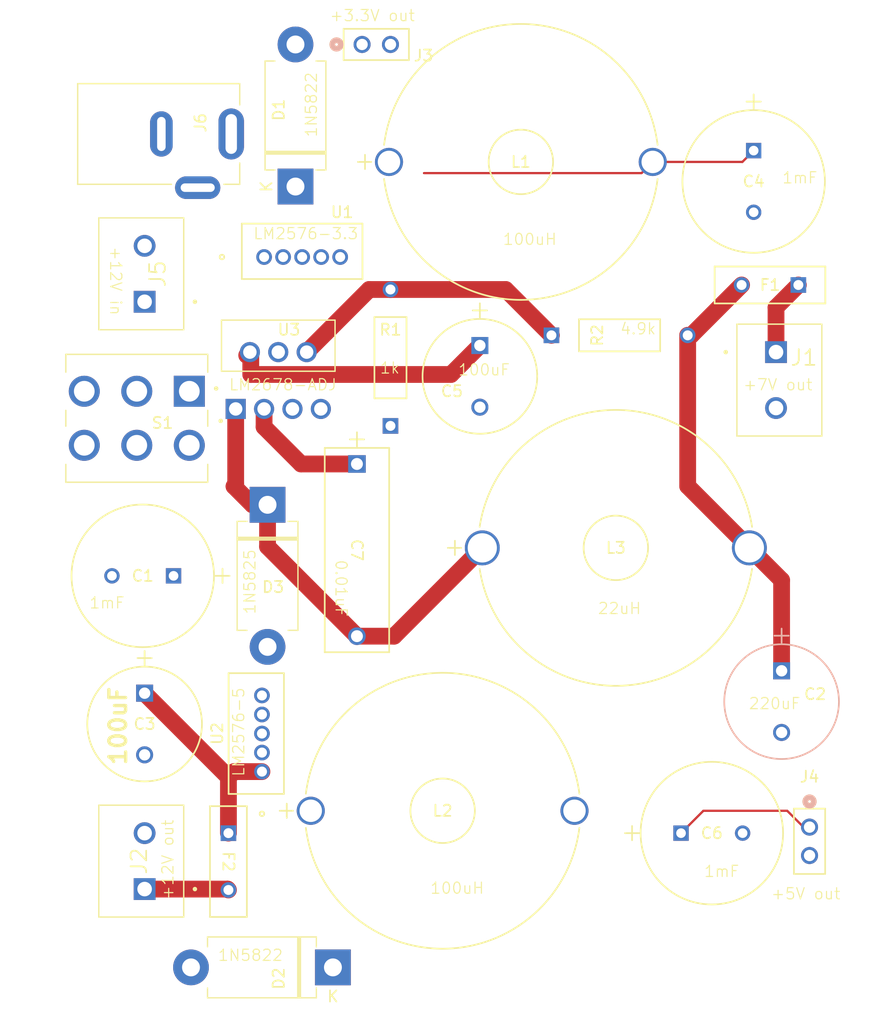
<source format=kicad_pcb>
(kicad_pcb (version 20240108) (generator "pcbnew") (generator_version "8.0")
  (title_block (title "Team 11 Power Distribution PCB") (date "2024-10-27") (rev "0.1"))
  (layers (0 "F.Cu" signal) (31 "B.Cu" signal) (34 "B.Paste" user) (35 "F.Paste" user) (36 "B.SilkS" user "B.Silkscreen") (37 "F.SilkS" user "F.Silkscreen") (38 "B.Mask" user) (39 "F.Mask" user) (44 "Edge.Cuts" user))
  (net 0 "")
  (net 1 "+12V")
  (net 2 "GND")
  (net 3 "/Vout_3.3V")
  (net 4 "/Vout_5V")
  (net 5 "Net-(D3-K)")
  (net 6 "Net-(U3-CB)")
  (net 7 "Net-(D1-K)")
  (net 8 "Net-(D2-K)")
  (net 9 "Net-(U3-FB)")
  (net 11 "/Vout_7V")
  (net 12 "/Vout_12V")
  (net 13 "Net-(J1-Pin_1)")
  (net 14 "Net-(J5-Pin_1)")
  (net 16 "/CHG+")
  (footprint "_footprints:CAP_12.5 X 25_NCH" (layer "F.Cu") (at 130 172)
    (property "Reference" "C6" (at 2.7559 0 0) (layer "F.SilkS"))
    (property "Value" "1mF")
    (fp_line (start -5.0165 0) (end -3.7465 0) (stroke (width 0.1524)) (layer "F.SilkS"))
    (fp_line (start -4.3815 -0.635) (end -4.3815 0.635) (stroke (width 0.1524)) (layer "F.SilkS"))
    (fp_circle (center 2.7559 0) (end 9.1313 0) (stroke (width 0.1524)) (fill none) (layer "F.SilkS"))
    (pad "1" thru_hole rect (at 0 0) (size 1.3716 1.3716) (drill 0.8636) (layers "*.Cu" "*.Mask") (net 4 "/Vout_5V"))
    (pad "2" thru_hole circle (at 5.5118 0) (size 1.3716 1.3716) (drill 0.8636) (layers "*.Cu" "*.Mask") (net 2 "GND"))
  )
  (footprint "_footprints:PCAP_10x16-THRU-ELECT_NCA" (layer "F.Cu") (at 112 128.41085 -90)
    (property "Reference" "C5" (at 4.08915 2.5 0) (layer "F.SilkS"))
    (property "Value" "100uF")
    (fp_line (start -3.7719 0) (end -2.5019 0) (stroke (width 0.1524)) (layer "F.SilkS"))
    (fp_line (start -3.1369 -0.635) (end -3.1369 0.635) (stroke (width 0.1524)) (layer "F.SilkS"))
    (fp_circle (center 2.7559 0) (end 7.8867 0) (stroke (width 0.1524)) (fill none) (layer "F.SilkS"))
    (pad "1" thru_hole rect (at 0 0 270) (size 1.524 1.524) (drill 1.016) (layers "*.Cu" "*.Mask") (net 1 "+12V"))
    (pad "2" thru_hole circle (at 5.5118 0 270) (size 1.524 1.524) (drill 1.016) (layers "*.Cu" "*.Mask") (net 2 "GND"))
  )
  (footprint "_footprints:CONN_PPPC021_SUL" (layer "F.Cu") (at 141.5 171.46 90)
    (property "Reference" "J4" (at 4.5 0 0) (layer "F.SilkS"))
    (property "Value" "Conn_01x02_Socket" (hide yes))
    (fp_circle (center 2.286 0) (end 2.667 0) (stroke (width 0.508)) (fill none) (layer "B.SilkS"))
    (fp_line (start 1.651 -1.397) (end -4.191 -1.397) (stroke (width 0.1524)) (layer "F.SilkS"))
    (fp_line (start -4.191 -1.397) (end -4.191 1.397) (stroke (width 0.1524)) (layer "F.SilkS"))
    (fp_line (start 1.651 1.397) (end 1.651 -1.397) (stroke (width 0.1524)) (layer "F.SilkS"))
    (fp_line (start -4.191 1.397) (end 1.651 1.397) (stroke (width 0.1524)) (layer "F.SilkS"))
    (fp_circle (center 2.286 0) (end 2.667 0) (stroke (width 0.508)) (fill none) (layer "F.SilkS"))
    (pad "1" thru_hole circle (at 0 0 90) (size 1.524 1.524) (drill 1.016) (layers "*.Cu" "*.Mask") (net 4 "/Vout_5V"))
    (pad "2" thru_hole circle (at -2.54 0 90) (size 1.524 1.524) (drill 1.016) (layers "*.Cu" "*.Mask") (net 2 "GND"))
  )
  (footprint "_footprints:FUS_RHEF100_TYCO_TYC" (layer "F.Cu") (at 140.5 123 180)
    (property "Reference" "F1" (at 2.54 0 0) (layer "F.SilkS"))
    (property "Value" "RHEF200")
    (fp_line (start 7.493 1.651) (end 7.493 -1.651) (stroke (width 0.1524)) (layer "F.SilkS"))
    (fp_line (start 7.493 -1.651) (end -2.413 -1.651) (stroke (width 0.1524)) (layer "F.SilkS"))
    (fp_line (start -2.413 1.651) (end 7.493 1.651) (stroke (width 0.1524)) (layer "F.SilkS"))
    (fp_line (start -2.413 -1.651) (end -2.413 1.651) (stroke (width 0.1524)) (layer "F.SilkS"))
    (pad "1" thru_hole rect (at 0 0 180) (size 1.397 1.397) (drill 0.889) (layers "*.Cu" "*.Mask") (net 13 "Net-(J1-Pin_1)"))
    (pad "2" thru_hole circle (at 5.08 0 180) (size 1.397 1.397) (drill 0.889) (layers "*.Cu" "*.Mask") (net 11 "/Vout_7V"))
  )
  (footprint "_footprints:SW_100DP3T1B1M2QEH" (layer "F.Cu") (at 81.3 134.915 180)
    (property "Reference" "S1" (at -2.3 -0.415 360) (layer "F.SilkS"))
    (property "Value" "100DP3T1B1M2QEH")
    (fp_line (start 6.35 5.715) (end 6.35 4.1225) (stroke (width 0.127)) (layer "F.SilkS"))
    (fp_line (start 6.35 5.715) (end -6.35 5.715) (stroke (width 0.127)) (layer "F.SilkS"))
    (fp_line (start 6.35 -0.7075) (end 6.35 0.7075) (stroke (width 0.127)) (layer "F.SilkS"))
    (fp_line (start 6.35 -5.715) (end 6.35 -4.1225) (stroke (width 0.127)) (layer "F.SilkS"))
    (fp_line (start -6.35 5.715) (end -6.35 4.1225) (stroke (width 0.127)) (layer "F.SilkS"))
    (fp_line (start -6.35 -0.7075) (end -6.35 0.7075) (stroke (width 0.127)) (layer "F.SilkS"))
    (fp_line (start -6.35 -4.1225) (end -6.35 -5.715) (stroke (width 0.127)) (layer "F.SilkS"))
    (fp_line (start -6.35 -5.715) (end 6.35 -5.715) (stroke (width 0.127)) (layer "F.SilkS"))
    (fp_circle (center -7.1 2.665) (end -7 2.665) (stroke (width 0.2)) (fill none) (layer "F.SilkS"))
    (pad "1" thru_hole rect (at -4.7 2.415 180) (size 2.775 2.775) (drill 1.85) (layers "*.Cu" "*.Mask") (net 1 "+12V"))
    (pad "2" thru_hole circle (at 0 2.415 180) (size 2.775 2.775) (drill 1.85) (layers "*.Cu" "*.Mask") (net 14 "Net-(J5-Pin_1)"))
    (pad "3" thru_hole circle (at 4.7 2.415 180) (size 2.775 2.775) (drill 1.85) (layers "*.Cu" "*.Mask") (net 16 "/CHG+"))
    (pad "4" thru_hole circle (at -4.7 -2.415 180) (size 2.775 2.775) (drill 1.85) (layers "*.Cu" "*.Mask") (net 2 "GND"))
    (pad "5" thru_hole circle (at 0 -2.415 180) (size 2.775 2.775) (drill 1.85) (layers "*.Cu" "*.Mask") (net 2 "GND"))
    (pad "6" thru_hole circle (at 4.7 -2.415 180) (size 2.775 2.775) (drill 1.85) (layers "*.Cu" "*.Mask") (net 2 "GND"))
  )
  (footprint "_footprints:T05A_TEX" (layer "F.Cu") (at 92.5 166.5 90)
    (property "Reference" "U2" (at 3.4036 -4 90) (layer "F.SilkS"))
    (property "Value" "LM2576HVT-5")
    (fp_line (start 8.8011 -2.9845) (end -1.9939 -2.9845) (stroke (width 0.1524)) (layer "F.SilkS"))
    (fp_line (start -1.9939 -2.9845) (end -1.9939 1.9685) (stroke (width 0.1524)) (layer "F.SilkS"))
    (fp_line (start 8.8011 1.9685) (end 8.8011 -2.9845) (stroke (width 0.1524)) (layer "F.SilkS"))
    (fp_line (start -1.9939 1.9685) (end 8.8011 1.9685) (stroke (width 0.1524)) (layer "F.SilkS"))
    (fp_circle (center -3.7719 0) (end -3.5687 0) (stroke (width 0.1524)) (fill none) (layer "F.SilkS"))
    (pad "1" thru_hole circle (at 0 0 90) (size 1.4 1.4) (drill 0.9) (layers "*.Cu" "*.Mask") (net 1 "+12V"))
    (pad "2" thru_hole circle (at 1.7018 0 90) (size 1.4 1.4) (drill 0.9) (layers "*.Cu" "*.Mask") (net 8 "Net-(D2-K)"))
    (pad "3" thru_hole circle (at 3.4036 0 90) (size 1.4 1.4) (drill 0.9) (layers "*.Cu" "*.Mask") (net 2 "GND"))
    (pad "4" thru_hole circle (at 5.1054 0 90) (size 1.4 1.4) (drill 0.9) (layers "*.Cu" "*.Mask") (net 4 "/Vout_5V"))
    (pad "5" thru_hole circle (at 6.8072 0 90) (size 1.4 1.4) (drill 0.9) (layers "*.Cu" "*.Mask") (net 2 "GND"))
  )
  (footprint "_footprints:CUI_TB002-500-02BE" (layer "F.Cu") (at 138.5 129 -90)
    (property "Reference" "J1" (at 0.5 -2.5 180) (layer "F.SilkS") (effects (font (size 1.4 1.4))))
    (property "Value" "Screw_Terminal_01x02" (hide yes))
    (fp_line (start -2.5 3.5) (end -2.5 -4.1) (stroke (width 0.127)) (layer "F.SilkS"))
    (fp_line (start 7.5 3.5) (end -2.5 3.5) (stroke (width 0.127)) (layer "F.SilkS"))
    (fp_line (start -2.5 -4.1) (end 7.5 -4.1) (stroke (width 0.127)) (layer "F.SilkS"))
    (fp_line (start 7.5 -4.1) (end 7.5 3.5) (stroke (width 0.127)) (layer "F.SilkS"))
    (fp_circle (center 0 4.5) (end 0.1 4.5) (stroke (width 0.2)) (fill none) (layer "F.SilkS"))
    (pad "1" thru_hole rect (at 0 0 270) (size 1.95 1.95) (drill 1.3) (layers "*.Cu" "*.Mask") (net 13 "Net-(J1-Pin_1)"))
    (pad "2" thru_hole circle (at 5 0 270) (size 1.95 1.95) (drill 1.3) (layers "*.Cu" "*.Mask") (net 2 "GND"))
  )
  (footprint "Diode_THT:D_DO-201AD_P12.70mm_Horizontal" (layer "F.Cu") (at 95.5 114.2 90)
    (property "Reference" "D1" (at 6.85 -1.5 90) (layer "F.SilkS"))
    (property "Value" "1N5822")
    (fp_line (start 11.22 -2.72) (end 11.22 -1.84) (stroke (width 0.12)) (layer "F.SilkS"))
    (fp_line (start 3.145 -2.72) (end 3.145 2.72) (stroke (width 0.12)) (layer "F.SilkS"))
    (fp_line (start 3.025 -2.72) (end 3.025 2.72) (stroke (width 0.12)) (layer "F.SilkS"))
    (fp_line (start 2.905 -2.72) (end 2.905 2.72) (stroke (width 0.12)) (layer "F.SilkS"))
    (fp_line (start 1.48 -2.72) (end 11.22 -2.72) (stroke (width 0.12)) (layer "F.SilkS"))
    (fp_line (start 1.48 -1.84) (end 1.48 -2.72) (stroke (width 0.12)) (layer "F.SilkS"))
    (fp_line (start 1.48 1.84) (end 1.48 2.72) (stroke (width 0.12)) (layer "F.SilkS"))
    (fp_line (start 11.22 2.72) (end 11.22 1.84) (stroke (width 0.12)) (layer "F.SilkS"))
    (fp_line (start 1.48 2.72) (end 11.22 2.72) (stroke (width 0.12)) (layer "F.SilkS"))
    (fp_text user "K" (at 0 -2.6 90) (layer "F.SilkS"))
    (pad "1" thru_hole rect (at 0 0 90) (size 3.2 3.2) (drill 1.6) (layers "*.Cu" "*.Mask") (net 7 "Net-(D1-K)"))
    (pad "2" thru_hole oval (at 12.7 0 90) (size 3.2 3.2) (drill 1.6) (layers "*.Cu" "*.Mask") (net 2 "GND"))
  )
  (footprint "_footprints:CAP_12.5 X 25_NCH" (layer "F.Cu") (at 84.58915 149 180)
    (property "Reference" "C1" (at 2.7559 0 0) (layer "F.SilkS"))
    (property "Value" "1mF")
    (fp_line (start -4.3815 -0.635) (end -4.3815 0.635) (stroke (width 0.1524)) (layer "F.SilkS"))
    (fp_line (start -5.0165 0) (end -3.7465 0) (stroke (width 0.1524)) (layer "F.SilkS"))
    (fp_circle (center 2.7559 0) (end 9.1313 0) (stroke (width 0.1524)) (fill none) (layer "F.SilkS"))
    (pad "1" thru_hole rect (at 0 0 180) (size 1.3716 1.3716) (drill 0.8636) (layers "*.Cu" "*.Mask") (net 1 "+12V"))
    (pad "2" thru_hole circle (at 5.5118 0 180) (size 1.3716 1.3716) (drill 0.8636) (layers "*.Cu" "*.Mask") (net 2 "GND"))
  )
  (footprint "_footprints:CAP_12.5 X 25_NCH" (layer "F.Cu") (at 136.5 110.9882 -90)
    (property "Reference" "C4" (at 2.7559 0 0) (layer "F.SilkS"))
    (property "Value" "1mF")
    (fp_line (start -5.0165 0) (end -3.7465 0) (stroke (width 0.1524)) (layer "F.SilkS"))
    (fp_line (start -4.3815 -0.635) (end -4.3815 0.635) (stroke (width 0.1524)) (layer "F.SilkS"))
    (fp_circle (center 2.7559 0) (end 9.1313 0) (stroke (width 0.1524)) (fill none) (layer "F.SilkS"))
    (pad "1" thru_hole rect (at 0 0 270) (size 1.3716 1.3716) (drill 0.8636) (layers "*.Cu" "*.Mask") (net 3 "/Vout_3.3V"))
    (pad "2" thru_hole circle (at 5.5118 0 270) (size 1.3716 1.3716) (drill 0.8636) (layers "*.Cu" "*.Mask") (net 2 "GND"))
  )
  (footprint "_footprints:CUI_TB002-500-02BE" (layer "F.Cu") (at 82 177 90)
    (property "Reference" "J2" (at 2.5 -0.5 90) (layer "F.SilkS") (effects (font (size 1.4 1.4))))
    (property "Value" "Screw_Terminal_01x02" (hide yes))
    (fp_line (start 7.5 -4.1) (end 7.5 3.5) (stroke (width 0.127)) (layer "F.SilkS"))
    (fp_line (start -2.5 -4.1) (end 7.5 -4.1) (stroke (width 0.127)) (layer "F.SilkS"))
    (fp_line (start 7.5 3.5) (end -2.5 3.5) (stroke (width 0.127)) (layer "F.SilkS"))
    (fp_line (start -2.5 3.5) (end -2.5 -4.1) (stroke (width 0.127)) (layer "F.SilkS"))
    (fp_circle (center 0 4.5) (end 0.1 4.5) (stroke (width 0.2)) (fill none) (layer "F.SilkS"))
    (pad "1" thru_hole rect (at 0 0 90) (size 1.95 1.95) (drill 1.3) (layers "*.Cu" "*.Mask") (net 12 "/Vout_12V"))
    (pad "2" thru_hole circle (at 5 0 90) (size 1.95 1.95) (drill 1.3) (layers "*.Cu" "*.Mask") (net 2 "GND"))
  )
  (footprint "MountingHole:MountingHole_3.2mm_M3" (layer "F.Cu") (at 85.5 101)
    (property "Reference" "REF**" (hide yes))
    (property "Value" "MountingHole_3.2mm_M3")
    (pad "" np_thru_hole circle (at 0 0) (size 3.2 3.2) (drill 3.2) (layers "*.Cu" "*.Mask"))
  )
  (footprint "MountingHole:MountingHole_3.2mm_M3" (layer "F.Cu") (at 139.5 103.5)
    (property "Reference" "REF**" (hide yes))
    (property "Value" "MountingHole_3.2mm_M3")
    (pad "" np_thru_hole circle (at 0 0) (size 3.2 3.2) (drill 3.2) (layers "*.Cu" "*.Mask"))
  )
  (footprint "_footprints:FUS_RHEF100_TYCO_TYC" (layer "F.Cu") (at 89.5 172 -90)
    (property "Reference" "F2" (at 2.54 0 -90) (layer "F.SilkS"))
    (property "Value" "RHEF200")
    (fp_line (start -2.413 1.651) (end 7.493 1.651) (stroke (width 0.1524)) (layer "F.SilkS"))
    (fp_line (start 7.493 1.651) (end 7.493 -1.651) (stroke (width 0.1524)) (layer "F.SilkS"))
    (fp_line (start -2.413 -1.651) (end -2.413 1.651) (stroke (width 0.1524)) (layer "F.SilkS"))
    (fp_line (start 7.493 -1.651) (end -2.413 -1.651) (stroke (width 0.1524)) (layer "F.SilkS"))
    (pad "1" thru_hole rect (at 0 0 270) (size 1.397 1.397) (drill 0.889) (layers "*.Cu" "*.Mask") (net 1 "+12V"))
    (pad "2" thru_hole circle (at 5.08 0 270) (size 1.397 1.397) (drill 0.889) (layers "*.Cu" "*.Mask") (net 12 "/Vout_12V"))
  )
  (footprint "_footprints:STA_RNF14_STP" (layer "F.Cu") (at 104 135.596 90)
    (property "Reference" "R1" (at 8.596 0 0) (layer "F.SilkS"))
    (property "Value" "1k")
    (fp_line (start 9.7282 -1.4351) (end 2.4638 -1.4351) (stroke (width 0.1524)) (layer "F.SilkS"))
    (fp_line (start 2.4638 -1.4351) (end 2.4638 1.4351) (stroke (width 0.1524)) (layer "F.SilkS"))
    (fp_line (start 9.7282 1.4351) (end 9.7282 -1.4351) (stroke (width 0.1524)) (layer "F.SilkS"))
    (fp_line (start 2.4638 1.4351) (end 9.7282 1.4351) (stroke (width 0.1524)) (layer "F.SilkS"))
    (pad "1" thru_hole rect (at 0 0 90) (size 1.397 1.397) (drill 0.889) (layers "*.Cu" "*.Mask") (net 2 "GND"))
    (pad "2" thru_hole circle (at 12.192 0 90) (size 1.397 1.397) (drill 0.889) (layers "*.Cu" "*.Mask") (net 9 "Net-(U3-FB)"))
  )
  (footprint "_footprints:SWITCHCRAFT_RAPC722X" (layer "F.Cu") (at 83.5 109.5 -90)
    (property "Reference" "J6" (at -1 -3.5 90) (layer "F.SilkS"))
    (property "Value" "RAPC722X")
    (fp_line (start -4.5 7.49) (end 4.5 7.49) (stroke (width 0.127)) (layer "F.SilkS"))
    (fp_line (start 4.5 7.49) (end 4.5 -0.905) (stroke (width 0.127)) (layer "F.SilkS"))
    (fp_line (start 4.5 -5.595) (end 4.5 -7.01) (stroke (width 0.127)) (layer "F.SilkS"))
    (fp_line (start -4.5 -7.01) (end -4.5 7.49) (stroke (width 0.127)) (layer "F.SilkS"))
    (fp_line (start -2.6 -7.01) (end -4.5 -7.01) (stroke (width 0.127)) (layer "F.SilkS"))
    (fp_line (start 4.5 -7.01) (end 2.6 -7.01) (stroke (width 0.127)) (layer "F.SilkS"))
    (pad "PIN" thru_hole oval (at 0 -6.25 270) (size 4.56 2.28) (drill oval 3.56 1.02) (layers "*.Cu" "*.Mask") (net 16 "/CHG+"))
    (pad "SHUNT" thru_hole oval (at 4.8 -3.25 270) (size 2.025 4.05) (drill oval 0.76 3.05) (layers "*.Cu" "*.Mask"))
    (pad "SLEEVE" thru_hole oval (at 0 0 270) (size 4.05 2.025) (drill oval 3.05 0.76) (layers "*.Cu" "*.Mask") (net 2 "GND"))
  )
  (footprint "MountingHole:MountingHole_3.2mm_M3" (layer "F.Cu") (at 139.5 184)
    (property "Reference" "REF**" (hide yes))
    (property "Value" "MountingHole_3.2mm_M3")
    (pad "" np_thru_hole circle (at 0 0) (size 3.2 3.2) (drill 3.2) (layers "*.Cu" "*.Mask"))
  )
  (footprint "Diode_THT:D_DO-201AD_P12.70mm_Horizontal" (layer "F.Cu") (at 98.85 184 180)
    (property "Reference" "D2" (at 4.85 -1 90) (layer "F.SilkS"))
    (property "Value" "1N5822")
    (fp_line (start 11.22 2.72) (end 11.22 1.84) (stroke (width 0.12)) (layer "F.SilkS"))
    (fp_line (start 11.22 -2.72) (end 11.22 -1.84) (stroke (width 0.12)) (layer "F.SilkS"))
    (fp_line (start 3.145 -2.72) (end 3.145 2.72) (stroke (width 0.12)) (layer "F.SilkS"))
    (fp_line (start 3.025 -2.72) (end 3.025 2.72) (stroke (width 0.12)) (layer "F.SilkS"))
    (fp_line (start 2.905 -2.72) (end 2.905 2.72) (stroke (width 0.12)) (layer "F.SilkS"))
    (fp_line (start 1.48 2.72) (end 11.22 2.72) (stroke (width 0.12)) (layer "F.SilkS"))
    (fp_line (start 1.48 1.84) (end 1.48 2.72) (stroke (width 0.12)) (layer "F.SilkS"))
    (fp_line (start 1.48 -1.84) (end 1.48 -2.72) (stroke (width 0.12)) (layer "F.SilkS"))
    (fp_line (start 1.48 -2.72) (end 11.22 -2.72) (stroke (width 0.12)) (layer "F.SilkS"))
    (fp_text user "K" (at 0 -2.6 360) (layer "F.SilkS"))
    (pad "1" thru_hole rect (at 0 0 180) (size 3.2 3.2) (drill 1.6) (layers "*.Cu" "*.Mask") (net 8 "Net-(D2-K)"))
    (pad "2" thru_hole oval (at 12.7 0 180) (size 3.2 3.2) (drill 1.6) (layers "*.Cu" "*.Mask") (net 2 "GND"))
  )
  (footprint "_footprints:1422311C_MUR" (layer "F.Cu") (at 112.216751 146.5)
    (property "Reference" "L3" (at 11.949999 0 0) (layer "F.SilkS"))
    (property "Value" "22uH")
    (fp_line (start -3.086102 0) (end -1.894841 0) (stroke (width 0.1524)) (layer "F.SilkS"))
    (fp_line (start -2.451102 -0.635) (end -2.451102 0.635) (stroke (width 0.1524)) (layer "F.SilkS"))
    (fp_arc (start -0.237571 -1.879882) (mid 11.949997 -12.331701) (end 24.137569 -1.879888) (stroke (width 0.1524)) (layer "F.SilkS"))
    (fp_arc (start 24.137567 1.879897) (mid 11.949999 12.3317) (end -0.237569 1.879897) (stroke (width 0.1524)) (layer "F.SilkS"))
    (fp_circle (center 11.949999 0) (end 14.832899 0) (stroke (width 0.1524)) (fill none) (layer "F.SilkS"))
    (pad "1" thru_hole circle (at -0.000001 0) (size 3.1242 3.1242) (drill 2.6162) (layers "*.Cu" "*.Mask") (net 5 "Net-(D3-K)"))
    (pad "2" thru_hole circle (at 23.899999 0) (size 3.1242 3.1242) (drill 2.6162) (layers "*.Cu" "*.Mask") (net 11 "/Vout_7V"))
  )
  (footprint "_footprints:PHE-BD_KEM" (layer "F.Cu") (at 101 139 -90)
    (property "Reference" "C7" (at 7.6962 0 -90) (layer "F.SilkS"))
    (property "Value" "0.01uF")
    (fp_line (start 16.8275 2.8829) (end -1.4351 2.8829) (stroke (width 0.1524)) (layer "F.SilkS"))
    (fp_line (start -2.8321 0) (end -1.5621 0) (stroke (width 0.1524)) (layer "F.SilkS"))
    (fp_line (start -2.1971 -0.635) (end -2.1971 0.635) (stroke (width 0.1524)) (layer "F.SilkS"))
    (fp_line (start -1.4351 -2.8829) (end -1.4351 2.8829) (stroke (width 0.1524)) (layer "F.SilkS"))
    (fp_line (start 16.8275 -2.8829) (end 16.8275 2.8829) (stroke (width 0.1524)) (layer "F.SilkS"))
    (fp_line (start 16.8275 -2.8829) (end -1.4351 -2.8829) (stroke (width 0.1524)) (layer "F.SilkS"))
    (pad "1" thru_hole rect (at 0 0 270) (size 1.5748 1.5748) (drill 1.0668) (layers "*.Cu" "*.Mask") (net 6 "Net-(U3-CB)"))
    (pad "2" thru_hole circle (at 15.3924 0 270) (size 1.5748 1.5748) (drill 1.0668) (layers "*.Cu" "*.Mask") (net 5 "Net-(D3-K)"))
  )
  (footprint "_footprints:1410454C_MUR" (layer "F.Cu") (at 96.866749 170)
    (property "Reference" "L2" (at 11.800001 0 0) (layer "F.SilkS"))
    (property "Value" "100uH")
    (fp_line (start -2.781301 0) (end -1.590039 0) (stroke (width 0.1524)) (layer "F.SilkS"))
    (fp_line (start -2.146301 -0.635) (end -2.146301 0.635) (stroke (width 0.1524)) (layer "F.SilkS"))
    (fp_arc (start -0.43655 -1.528935) (mid 11.8 -12.3317) (end 24.036552 -1.528938) (stroke (width 0.1524)) (layer "F.SilkS"))
    (fp_arc (start 24.036552 1.528936) (mid 11.800002 12.3317) (end -0.436549 1.528936) (stroke (width 0.1524)) (layer "F.SilkS"))
    (fp_circle (center 11.800001 0) (end 14.682901 0) (stroke (width 0.1524)) (fill none) (layer "F.SilkS"))
    (pad "1" thru_hole circle (at 0.000001 0) (size 2.5146 2.5146) (drill 2.0066) (layers "*.Cu" "*.Mask") (net 8 "Net-(D2-K)"))
    (pad "2" thru_hole circle (at 23.600002 0) (size 2.5146 2.5146) (drill 2.0066) (layers "*.Cu" "*.Mask") (net 4 "/Vout_5V"))
  )
  (footprint "_footprints:STA_RNF14_STP" (layer "F.Cu") (at 118.404 127.5)
    (property "Reference" "R2" (at 4.096 0 90) (layer "F.SilkS"))
    (property "Value" "4.9k")
    (fp_line (start 2.4638 -1.4351) (end 2.4638 1.4351) (stroke (width 0.1524)) (layer "F.SilkS"))
    (fp_line (start 2.4638 1.4351) (end 9.7282 1.4351) (stroke (width 0.1524)) (layer "F.SilkS"))
    (fp_line (start 9.7282 -1.4351) (end 2.4638 -1.4351) (stroke (width 0.1524)) (layer "F.SilkS"))
    (fp_line (start 9.7282 1.4351) (end 9.7282 -1.4351) (stroke (width 0.1524)) (layer "F.SilkS"))
    (pad "1" thru_hole rect (at 0 0) (size 1.397 1.397) (drill 0.889) (layers "*.Cu" "*.Mask") (net 9 "Net-(U3-FB)"))
    (pad "2" thru_hole circle (at 12.192 0) (size 1.397 1.397) (drill 0.889) (layers "*.Cu" "*.Mask") (net 11 "/Vout_7V"))
  )
  (footprint "Diode_THT:D_DO-201AD_P12.70mm_Horizontal" (layer "F.Cu") (at 93 142.65 -90)
    (property "Reference" "D3" (at 7.35 -0.5 180) (layer "F.SilkS"))
    (property "Value" "1N5825")
    (fp_line (start 1.48 2.72) (end 11.22 2.72) (stroke (width 0.12)) (layer "F.SilkS"))
    (fp_line (start 11.22 2.72) (end 11.22 1.84) (stroke (width 0.12)) (layer "F.SilkS"))
    (fp_line (start 1.48 1.84) (end 1.48 2.72) (stroke (width 0.12)) (layer "F.SilkS"))
    (fp_line (start 1.48 -1.84) (end 1.48 -2.72) (stroke (width 0.12)) (layer "F.SilkS"))
    (fp_line (start 1.48 -2.72) (end 11.22 -2.72) (stroke (width 0.12)) (layer "F.SilkS"))
    (fp_line (start 2.905 -2.72) (end 2.905 2.72) (stroke (width 0.12)) (layer "F.SilkS"))
    (fp_line (start 3.025 -2.72) (end 3.025 2.72) (stroke (width 0.12)) (layer "F.SilkS"))
    (fp_line (start 3.145 -2.72) (end 3.145 2.72) (stroke (width 0.12)) (layer "F.SilkS"))
    (fp_line (start 11.22 -2.72) (end 11.22 -1.84) (stroke (width 0.12)) (layer "F.SilkS"))
    (pad "1" thru_hole rect (at 0 0 270) (size 3.2 3.2) (drill 1.6) (layers "*.Cu" "*.Mask") (net 5 "Net-(D3-K)"))
    (pad "2" thru_hole oval (at 12.7 0 270) (size 3.2 3.2) (drill 1.6) (layers "*.Cu" "*.Mask") (net 2 "GND"))
  )
  (footprint "MountingHole:MountingHole_3.2mm_M3" (layer "F.Cu") (at 80.5 184)
    (property "Reference" "REF**" (hide yes))
    (property "Value" "MountingHole_3.2mm_M3")
    (pad "" np_thru_hole circle (at 0 0) (size 3.2 3.2) (drill 3.2) (layers "*.Cu" "*.Mask"))
  )
  (footprint "_footprints:CONN_PPPC021_SUL" (layer "F.Cu") (at 101.46 101.5 180)
    (property "Reference" "J3" (at -5.5 -1 0) (layer "F.SilkS"))
    (property "Value" "Conn_01x02_Socket" (hide yes))
    (fp_circle (center 2.286 0) (end 2.667 0) (stroke (width 0.508)) (fill none) (layer "B.SilkS"))
    (fp_line (start 1.651 1.397) (end 1.651 -1.397) (stroke (width 0.1524)) (layer "F.SilkS"))
    (fp_line (start 1.651 -1.397) (end -4.191 -1.397) (stroke (width 0.1524)) (layer "F.SilkS"))
    (fp_line (start -4.191 1.397) (end 1.651 1.397) (stroke (width 0.1524)) (layer "F.SilkS"))
    (fp_line (start -4.191 -1.397) (end -4.191 1.397) (stroke (width 0.1524)) (layer "F.SilkS"))
    (fp_circle (center 2.286 0) (end 2.667 0) (stroke (width 0.508)) (fill none) (layer "F.SilkS"))
    (pad "1" thru_hole circle (at 0 0 180) (size 1.524 1.524) (drill 1.016) (layers "*.Cu" "*.Mask") (net 3 "/Vout_3.3V"))
    (pad "2" thru_hole circle (at -2.54 0 180) (size 1.524 1.524) (drill 1.016) (layers "*.Cu" "*.Mask") (net 2 "GND"))
  )
  (footprint "_footprints:CUI_TB002-500-02BE" (layer "F.Cu") (at 82 124.5 90)
    (property "Reference" "J5" (at 2.5 1.1625 90) (layer "F.SilkS") (effects (font (size 1.4 1.4))))
    (property "Value" "Screw_Terminal_01x02" (hide yes))
    (fp_line (start 7.5 -4.1) (end 7.5 3.5) (stroke (width 0.127)) (layer "F.SilkS"))
    (fp_line (start -2.5 -4.1) (end 7.5 -4.1) (stroke (width 0.127)) (layer "F.SilkS"))
    (fp_line (start 7.5 3.5) (end -2.5 3.5) (stroke (width 0.127)) (layer "F.SilkS"))
    (fp_line (start -2.5 3.5) (end -2.5 -4.1) (stroke (width 0.127)) (layer "F.SilkS"))
    (fp_circle (center 0 4.5) (end 0.1 4.5) (stroke (width 0.2)) (fill none) (layer "F.SilkS"))
    (pad "1" thru_hole rect (at 0 0 90) (size 1.95 1.95) (drill 1.3) (layers "*.Cu" "*.Mask") (net 14 "Net-(J5-Pin_1)"))
    (pad "2" thru_hole circle (at 5 0 90) (size 1.95 1.95) (drill 1.3) (layers "*.Cu" "*.Mask") (net 2 "GND"))
  )
  (footprint "_footprints:TO127P1041X469X2199-7N" (layer "F.Cu") (at 93.96 129)
    (property "Reference" "U3" (at 0.96 -2 0) (layer "F.SilkS") (effects (font (size 1.003134 1.003134))))
    (property "Value" "LM2678T")
    (fp_line (start -5.08 -2.86) (end -5.08 1.71) (stroke (width 0.127)) (layer "F.SilkS"))
    (fp_line (start -5.08 1.71) (end 5.08 1.71) (stroke (width 0.127)) (layer "F.SilkS"))
    (fp_line (start 5.08 -2.86) (end -5.08 -2.86) (stroke (width 0.127)) (layer "F.SilkS"))
    (fp_line (start 5.08 1.71) (end 5.08 -2.86) (stroke (width 0.127)) (layer "F.SilkS"))
    (fp_circle (center -5.15 6.15) (end -5.05 6.15) (stroke (width 0.2)) (fill none) (layer "F.SilkS"))
    (pad "1" thru_hole rect (at -3.81 5.08) (size 1.8 1.8) (drill 1.2) (layers "*.Cu" "*.Mask") (net 5 "Net-(D3-K)"))
    (pad "2" thru_hole circle (at -2.54 0) (size 1.8 1.8) (drill 1.2) (layers "*.Cu" "*.Mask") (net 1 "+12V"))
    (pad "3" thru_hole circle (at -1.27 5.08) (size 1.8 1.8) (drill 1.2) (layers "*.Cu" "*.Mask") (net 6 "Net-(U3-CB)"))
    (pad "4" thru_hole circle (at 0 0) (size 1.8 1.8) (drill 1.2) (layers "*.Cu" "*.Mask") (net 2 "GND"))
    (pad "5" thru_hole circle (at 1.27 5.08) (size 1.8 1.8) (drill 1.2) (layers "*.Cu" "*.Mask"))
    (pad "6" thru_hole circle (at 2.54 0) (size 1.8 1.8) (drill 1.2) (layers "*.Cu" "*.Mask") (net 9 "Net-(U3-FB)"))
    (pad "7" thru_hole circle (at 3.81 5.08) (size 1.8 1.8) (drill 1.2) (layers "*.Cu" "*.Mask"))
  )
  (footprint "_footprints:T05A_TEX" (layer "F.Cu") (at 92.6928 120.5)
    (property "Reference" "U1" (at 6.9765 -4.008 0) (layer "F.SilkS"))
    (property "Value" "LM2576-3.3")
    (fp_line (start -1.9939 -2.9845) (end -1.9939 1.9685) (stroke (width 0.1524)) (layer "F.SilkS"))
    (fp_line (start -1.9939 1.9685) (end 8.8011 1.9685) (stroke (width 0.1524)) (layer "F.SilkS"))
    (fp_line (start 8.8011 -2.9845) (end -1.9939 -2.9845) (stroke (width 0.1524)) (layer "F.SilkS"))
    (fp_line (start 8.8011 1.9685) (end 8.8011 -2.9845) (stroke (width 0.1524)) (layer "F.SilkS"))
    (fp_circle (center -3.7719 0) (end -3.5687 0) (stroke (width 0.1524)) (fill none) (layer "F.SilkS"))
    (pad "1" thru_hole circle (at 0 0) (size 1.4 1.4) (drill 0.9) (layers "*.Cu" "*.Mask") (net 1 "+12V"))
    (pad "2" thru_hole circle (at 1.7018 0) (size 1.4 1.4) (drill 0.9) (layers "*.Cu" "*.Mask") (net 7 "Net-(D1-K)"))
    (pad "3" thru_hole circle (at 3.4036 0) (size 1.4 1.4) (drill 0.9) (layers "*.Cu" "*.Mask") (net 2 "GND"))
    (pad "4" thru_hole circle (at 5.1054 0) (size 1.4 1.4) (drill 0.9) (layers "*.Cu" "*.Mask") (net 3 "/Vout_3.3V"))
    (pad "5" thru_hole circle (at 6.8072 0) (size 1.4 1.4) (drill 0.9) (layers "*.Cu" "*.Mask") (net 2 "GND"))
  )
  (footprint "_footprints:PCAP_10x16-THRU-ELECT_NCA" (layer "F.Cu") (at 82 159.4882 -90)
    (property "Reference" "C3" (at 2.7559 0 0) (layer "F.SilkS"))
    (property "Value" "100uF")
    (fp_line (start -3.7719 0) (end -2.5019 0) (stroke (width 0.1524)) (layer "F.SilkS"))
    (fp_line (start -3.1369 -0.635) (end -3.1369 0.635) (stroke (width 0.1524)) (layer "F.SilkS"))
    (fp_circle (center 2.7559 0) (end 7.8867 0) (stroke (width 0.1524)) (fill none) (layer "F.SilkS"))
    (pad "1" thru_hole rect (at 0 0 270) (size 1.524 1.524) (drill 1.016) (layers "*.Cu" "*.Mask") (net 1 "+12V"))
    (pad "2" thru_hole circle (at 5.5118 0 270) (size 1.524 1.524) (drill 1.016) (layers "*.Cu" "*.Mask") (net 2 "GND"))
  )
  (footprint "_footprints:1410454C_MUR" (layer "F.Cu") (at 103.866749 112)
    (property "Reference" "L1" (at 11.800001 0 0) (layer "F.SilkS"))
    (property "Value" "100uH")
    (fp_line (start -2.781301 0) (end -1.590039 0) (stroke (width 0.1524)) (layer "F.SilkS"))
    (fp_line (start -2.146301 -0.635) (end -2.146301 0.635) (stroke (width 0.1524)) (layer "F.SilkS"))
    (fp_arc (start -0.43655 -1.528935) (mid 11.8 -12.3317) (end 24.036552 -1.528938) (stroke (width 0.1524)) (layer "F.SilkS"))
    (fp_arc (start 24.036552 1.528936) (mid 11.800002 12.3317) (end -0.436549 1.528936) (stroke (width 0.1524)) (layer "F.SilkS"))
    (fp_circle (center 11.800001 0) (end 14.682901 0) (stroke (width 0.1524)) (fill none) (layer "F.SilkS"))
    (pad "1" thru_hole circle (at 0.000001 0) (size 2.5146 2.5146) (drill 2.0066) (layers "*.Cu" "*.Mask") (net 7 "Net-(D1-K)"))
    (pad "2" thru_hole circle (at 23.600002 0) (size 2.5146 2.5146) (drill 2.0066) (layers "*.Cu" "*.Mask") (net 3 "/Vout_3.3V"))
  )
  (footprint "_footprints:PCAP_10x16-THRU-ELECT_NCA" (layer "B.Cu") (at 139 157.4882 -90)
    (property "Reference" "C2" (at 2.08915 -3 0) (layer "F.SilkS"))
    (property "Value" "220uF")
    (fp_line (start -2.5019 0) (end -3.7719 0) (stroke (width 0.1524)) (layer "B.SilkS"))
    (fp_line (start -3.1369 -0.635) (end -3.1369 0.635) (stroke (width 0.1524)) (layer "B.SilkS"))
    (fp_circle (center 2.7559 0) (end 7.8867 0) (stroke (width 0.1524)) (fill none) (layer "B.SilkS"))
    (pad "1" thru_hole rect (at 0 0 270) (size 1.524 1.524) (drill 1.016) (layers "*.Cu" "*.Mask") (net 11 "/Vout_7V"))
    (pad "2" thru_hole circle (at 5.5118 0 270) (size 1.524 1.524) (drill 1.016) (layers "*.Cu" "*.Mask") (net 2 "GND"))
  )
  (gr_text "+3.3V out" (at 98.5 99.5 0) (layer "F.SilkS") (effects (font (size 1 1) (thickness 0.1)) (justify left bottom)))
  (gr_text "220uF" (at 136 161 0) (layer "F.SilkS") (effects (font (size 1 1) (thickness 0.1)) (justify left bottom)))
  (gr_text "100uF" (at 110 131.16675 0) (layer "F.SilkS") (effects (font (size 1 1) (thickness 0.1)) (justify left bottom)))
  (gr_text "1mF" (at 77 152 0) (layer "F.SilkS") (effects (font (size 1 1) (thickness 0.1)) (justify left bottom)))
  (gr_text "4.9k" (at 124.5 127.5 0) (layer "F.SilkS") (effects (font (size 1 1) (thickness 0.1)) (justify left bottom)))
  (gr_text "+12V in" (at 78.8375 119.5 -90) (layer "F.SilkS") (effects (font (size 1 1) (thickness 0.1)) (justify left bottom)))
  (gr_text "LM2576-3.3" (at 91.6693 118.992 0) (layer "F.SilkS") (effects (font (size 1 1) (thickness 0.1)) (justify left bottom)))
  (gr_text "0.01uF" (at 99 147.5 -90) (layer "F.SilkS") (effects (font (size 1 1) (thickness 0.1)) (justify left bottom)))
  (gr_text "+5V out" (at 138 178 0) (layer "F.SilkS") (effects (font (size 1 1) (thickness 0.1)) (justify left bottom)))
  (gr_text "22uH" (at 122.5 152.5 0) (layer "F.SilkS") (effects (font (size 1 1) (thickness 0.1)) (justify left bottom)))
  (gr_text "100uH" (at 107.5 177.5 0) (layer "F.SilkS") (effects (font (size 1 1) (thickness 0.1)) (justify left bottom)))
  (gr_text "LM2678-ADJ" (at 89.5 132.5 0) (layer "F.SilkS") (effects (font (size 1 1) (thickness 0.1)) (justify left bottom)))
  (gr_text "1k" (at 103 131 0) (layer "F.SilkS") (effects (font (size 1 1) (thickness 0.1)) (justify left bottom)))
  (gr_text "1N5825" (at 92 152.5 90) (layer "F.SilkS") (effects (font (size 1 1) (thickness 0.1)) (justify left bottom)))
  (gr_text "1mF" (at 132 176 0) (layer "F.SilkS") (effects (font (size 1 1) (thickness 0.1)) (justify left bottom)))
  (gr_text "100uF" (at 80.5 166.07735 90) (layer "F.SilkS") (effects (font (size 1.5 1.5) (thickness 0.3) (bold yes)) (justify left bottom)))
  (gr_text "+12V out" (at 84.6625 178 90) (layer "F.SilkS") (effects (font (size 1 1) (thickness 0.1)) (justify left bottom)))
  (gr_text "1N5822" (at 97.5 109.85 90) (layer "F.SilkS") (effects (font (size 1 1) (thickness 0.1)) (justify left bottom)))
  (gr_text "LM2576-5" (at 91 167 90) (layer "F.SilkS") (effects (font (size 1 1) (thickness 0.1)) (justify left bottom)))
  (gr_text "1N5822" (at 88.5 183.5 0) (layer "F.SilkS") (effects (font (size 1 1) (thickness 0.1)) (justify left bottom)))
  (gr_text "+7V out" (at 135.5 132.5 0) (layer "F.SilkS") (effects (font (size 1 1) (thickness 0.1)) (justify left bottom)))
  (gr_text "1mF" (at 139 114 0) (layer "F.SilkS") (effects (font (size 1 1) (thickness 0.1)) (justify left bottom)))
  (gr_text "100uH" (at 114 119.5 0) (layer "F.SilkS") (effects (font (size 1 1) (thickness 0.1)) (justify left bottom)))
  (segment (start 91.5 131) (end 109.41085 131) (width 1.5) (layer "F.Cu") (net 1))
  (segment (start 91.42 129) (end 91.5 129.08) (width 1.5) (layer "F.Cu") (net 1))
  (segment (start 91.5 129.08) (end 91.5 131) (width 1.5) (layer "F.Cu") (net 1))
  (segment (start 89.5 167) (end 89.5 172) (width 1.5) (layer "F.Cu") (net 1))
  (segment (start 92.5 166.5) (end 90 166.5) (width 1.5) (layer "F.Cu") (net 1))
  (segment (start 91.135 129.285) (end 91.42 129) (width 1.5) (layer "F.Cu") (net 1))
  (segment (start 82 159.5) (end 89.5 167) (width 1.5) (layer "F.Cu") (net 1))
  (segment (start 82 159.4882) (end 82 159.5) (width 1.5) (layer "F.Cu") (net 1))
  (segment (start 109.41085 131) (end 112 128.41085) (width 1.5) (layer "F.Cu") (net 1))
  (segment (start 90 166.5) (end 89.5 167) (width 1.5) (layer "F.Cu") (net 1))
  (segment (start 107 113) (end 126.466751 113) (width 0.2) (layer "F.Cu") (net 3))
  (segment (start 127.466751 112) (end 135.4882 112) (width 0.2) (layer "F.Cu") (net 3))
  (segment (start 135.4882 112) (end 136.5 110.9882) (width 0.2) (layer "F.Cu") (net 3))
  (segment (start 126.466751 113) (end 127.466751 112) (width 0.2) (layer "F.Cu") (net 3))
  (segment (start 139.5 170) (end 140.96 171.46) (width 0.2) (layer "F.Cu") (net 4))
  (segment (start 129.5 171.5) (end 130 172) (width 0.2) (layer "F.Cu") (net 4))
  (segment (start 130 172) (end 132 170) (width 0.2) (layer "F.Cu") (net 4))
  (segment (start 140.96 171.46) (end 141.5 171.46) (width 0.2) (layer "F.Cu") (net 4))
  (segment (start 132 170) (end 139.5 170) (width 0.2) (layer "F.Cu") (net 4))
  (segment (start 90 141) (end 90.15 140.85) (width 1.5) (layer "F.Cu") (net 5))
  (segment (start 93 142.65) (end 93 146.3924) (width 1.5) (layer "F.Cu") (net 5))
  (segment (start 91.65 142.65) (end 90 141) (width 1.5) (layer "F.Cu") (net 5))
  (segment (start 90.15 140.85) (end 90.15 134.08) (width 1.5) (layer "F.Cu") (net 5))
  (segment (start 93 146.3924) (end 101 154.3924) (width 1.5) (layer "F.Cu") (net 5))
  (segment (start 101 154.3924) (end 104.32435 154.3924) (width 1.5) (layer "F.Cu") (net 5))
  (segment (start 93 142.65) (end 91.65 142.65) (width 1.5) (layer "F.Cu") (net 5))
  (segment (start 104.32435 154.3924) (end 112.21675 146.5) (width 1.5) (layer "F.Cu") (net 5))
  (segment (start 92.69 134.08) (end 92.69 135.69) (width 1.5) (layer "F.Cu") (net 6))
  (segment (start 96 139) (end 101 139) (width 1.5) (layer "F.Cu") (net 6))
  (segment (start 92.69 135.69) (end 96 139) (width 1.5) (layer "F.Cu") (net 6))
  (segment (start 102.096 123.404) (end 104 123.404) (width 1.5) (layer "F.Cu") (net 9))
  (segment (start 96.5 129) (end 102.096 123.404) (width 1.5) (layer "F.Cu") (net 9))
  (segment (start 104 123.404) (end 114.308 123.404) (width 1.5) (layer "F.Cu") (net 9))
  (segment (start 114.308 123.404) (end 118.404 127.5) (width 1.5) (layer "F.Cu") (net 9))
  (segment (start 130.596 127.5) (end 130.596 140.97925) (width 1.5) (layer "F.Cu") (net 11))
  (segment (start 139 157.4882) (end 139 149.38325) (width 1.5) (layer "F.Cu") (net 11))
  (segment (start 130.92 127.5) (end 135.42 123) (width 1.5) (layer "F.Cu") (net 11))
  (segment (start 139 149.38325) (end 136.11675 146.5) (width 1.5) (layer "F.Cu") (net 11))
  (segment (start 130.596 140.97925) (end 136.11675 146.5) (width 1.5) (layer "F.Cu") (net 11))
  (segment (start 130.596 127.5) (end 130.92 127.5) (width 1.5) (layer "F.Cu") (net 11))
  (segment (start 89.42 177) (end 89.5 177.08) (width 1.5) (layer "F.Cu") (net 12))
  (segment (start 82 177) (end 89.42 177) (width 1.5) (layer "F.Cu") (net 12))
  (segment (start 138.5 129) (end 138.5 125) (width 1.5) (layer "F.Cu") (net 13))
  (segment (start 138.5 125) (end 140.5 123) (width 1.5) (layer "F.Cu") (net 13))
)
</source>
